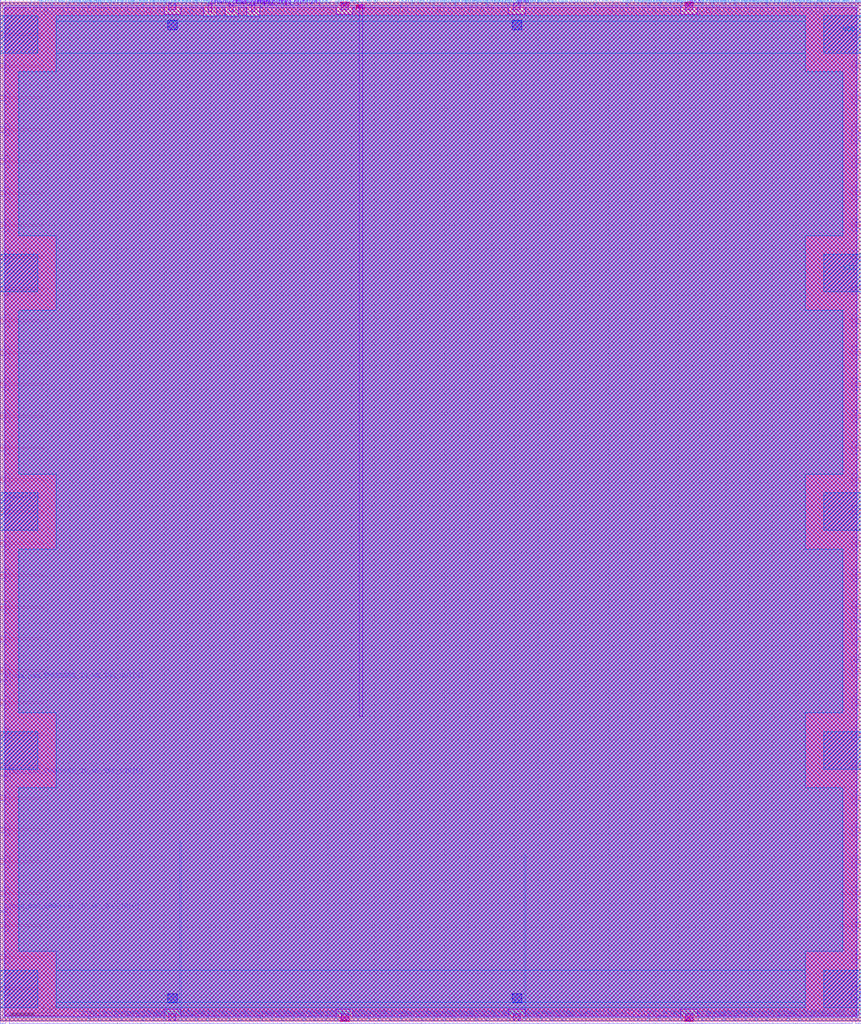
<source format=lef>
VERSION 5.7 ;
BUSBITCHARS "[]" ;

UNITS
  DATABASE MICRONS 1000 ;
END UNITS

MANUFACTURINGGRID 0.005 ;

LAYER li1
  TYPE ROUTING ;
  DIRECTION VERTICAL ;
  PITCH 0.46 ;
  WIDTH 0.17 ;
END li1

LAYER mcon
  TYPE CUT ;
END mcon

LAYER met1
  TYPE ROUTING ;
  DIRECTION HORIZONTAL ;
  PITCH 0.34 ;
  WIDTH 0.14 ;
END met1

LAYER via
  TYPE CUT ;
END via

LAYER met2
  TYPE ROUTING ;
  DIRECTION VERTICAL ;
  PITCH 0.46 ;
  WIDTH 0.14 ;
END met2

LAYER via2
  TYPE CUT ;
END via2

LAYER met3
  TYPE ROUTING ;
  DIRECTION HORIZONTAL ;
  PITCH 0.68 ;
  WIDTH 0.3 ;
END met3

LAYER via3
  TYPE CUT ;
END via3

LAYER met4
  TYPE ROUTING ;
  DIRECTION VERTICAL ;
  PITCH 0.92 ;
  WIDTH 0.3 ;
END met4

LAYER via4
  TYPE CUT ;
END via4

LAYER met5
  TYPE ROUTING ;
  DIRECTION HORIZONTAL ;
  PITCH 3.4 ;
  WIDTH 1.6 ;
END met5

LAYER nwell
  TYPE MASTERSLICE ;
END nwell

LAYER pwell
  TYPE MASTERSLICE ;
END pwell

LAYER OVERLAP
  TYPE OVERLAP ;
END OVERLAP

VIA L1M1_PR
  LAYER li1 ;
    RECT -0.085 -0.085 0.085 0.085 ;
  LAYER mcon ;
    RECT -0.085 -0.085 0.085 0.085 ;
  LAYER met1 ;
    RECT -0.145 -0.115 0.145 0.115 ;
END L1M1_PR

VIA L1M1_PR_R
  LAYER li1 ;
    RECT -0.085 -0.085 0.085 0.085 ;
  LAYER mcon ;
    RECT -0.085 -0.085 0.085 0.085 ;
  LAYER met1 ;
    RECT -0.115 -0.145 0.115 0.145 ;
END L1M1_PR_R

VIA L1M1_PR_M
  LAYER li1 ;
    RECT -0.085 -0.085 0.085 0.085 ;
  LAYER mcon ;
    RECT -0.085 -0.085 0.085 0.085 ;
  LAYER met1 ;
    RECT -0.115 -0.145 0.115 0.145 ;
END L1M1_PR_M

VIA L1M1_PR_MR
  LAYER li1 ;
    RECT -0.085 -0.085 0.085 0.085 ;
  LAYER mcon ;
    RECT -0.085 -0.085 0.085 0.085 ;
  LAYER met1 ;
    RECT -0.145 -0.115 0.145 0.115 ;
END L1M1_PR_MR

VIA L1M1_PR_C
  LAYER li1 ;
    RECT -0.085 -0.085 0.085 0.085 ;
  LAYER mcon ;
    RECT -0.085 -0.085 0.085 0.085 ;
  LAYER met1 ;
    RECT -0.145 -0.145 0.145 0.145 ;
END L1M1_PR_C

VIA M1M2_PR
  LAYER met1 ;
    RECT -0.16 -0.13 0.16 0.13 ;
  LAYER via ;
    RECT -0.075 -0.075 0.075 0.075 ;
  LAYER met2 ;
    RECT -0.13 -0.16 0.13 0.16 ;
END M1M2_PR

VIA M1M2_PR_Enc
  LAYER met1 ;
    RECT -0.16 -0.13 0.16 0.13 ;
  LAYER via ;
    RECT -0.075 -0.075 0.075 0.075 ;
  LAYER met2 ;
    RECT -0.16 -0.13 0.16 0.13 ;
END M1M2_PR_Enc

VIA M1M2_PR_R
  LAYER met1 ;
    RECT -0.13 -0.16 0.13 0.16 ;
  LAYER via ;
    RECT -0.075 -0.075 0.075 0.075 ;
  LAYER met2 ;
    RECT -0.16 -0.13 0.16 0.13 ;
END M1M2_PR_R

VIA M1M2_PR_R_Enc
  LAYER met1 ;
    RECT -0.13 -0.16 0.13 0.16 ;
  LAYER via ;
    RECT -0.075 -0.075 0.075 0.075 ;
  LAYER met2 ;
    RECT -0.13 -0.16 0.13 0.16 ;
END M1M2_PR_R_Enc

VIA M1M2_PR_M
  LAYER met1 ;
    RECT -0.16 -0.13 0.16 0.13 ;
  LAYER via ;
    RECT -0.075 -0.075 0.075 0.075 ;
  LAYER met2 ;
    RECT -0.16 -0.13 0.16 0.13 ;
END M1M2_PR_M

VIA M1M2_PR_M_Enc
  LAYER met1 ;
    RECT -0.16 -0.13 0.16 0.13 ;
  LAYER via ;
    RECT -0.075 -0.075 0.075 0.075 ;
  LAYER met2 ;
    RECT -0.13 -0.16 0.13 0.16 ;
END M1M2_PR_M_Enc

VIA M1M2_PR_MR
  LAYER met1 ;
    RECT -0.13 -0.16 0.13 0.16 ;
  LAYER via ;
    RECT -0.075 -0.075 0.075 0.075 ;
  LAYER met2 ;
    RECT -0.13 -0.16 0.13 0.16 ;
END M1M2_PR_MR

VIA M1M2_PR_MR_Enc
  LAYER met1 ;
    RECT -0.13 -0.16 0.13 0.16 ;
  LAYER via ;
    RECT -0.075 -0.075 0.075 0.075 ;
  LAYER met2 ;
    RECT -0.16 -0.13 0.16 0.13 ;
END M1M2_PR_MR_Enc

VIA M1M2_PR_C
  LAYER met1 ;
    RECT -0.16 -0.16 0.16 0.16 ;
  LAYER via ;
    RECT -0.075 -0.075 0.075 0.075 ;
  LAYER met2 ;
    RECT -0.16 -0.16 0.16 0.16 ;
END M1M2_PR_C

VIA M2M3_PR
  LAYER met2 ;
    RECT -0.14 -0.185 0.14 0.185 ;
  LAYER via2 ;
    RECT -0.1 -0.1 0.1 0.1 ;
  LAYER met3 ;
    RECT -0.165 -0.165 0.165 0.165 ;
END M2M3_PR

VIA M2M3_PR_R
  LAYER met2 ;
    RECT -0.185 -0.14 0.185 0.14 ;
  LAYER via2 ;
    RECT -0.1 -0.1 0.1 0.1 ;
  LAYER met3 ;
    RECT -0.165 -0.165 0.165 0.165 ;
END M2M3_PR_R

VIA M2M3_PR_M
  LAYER met2 ;
    RECT -0.14 -0.185 0.14 0.185 ;
  LAYER via2 ;
    RECT -0.1 -0.1 0.1 0.1 ;
  LAYER met3 ;
    RECT -0.165 -0.165 0.165 0.165 ;
END M2M3_PR_M

VIA M2M3_PR_MR
  LAYER met2 ;
    RECT -0.185 -0.14 0.185 0.14 ;
  LAYER via2 ;
    RECT -0.1 -0.1 0.1 0.1 ;
  LAYER met3 ;
    RECT -0.165 -0.165 0.165 0.165 ;
END M2M3_PR_MR

VIA M2M3_PR_C
  LAYER met2 ;
    RECT -0.185 -0.185 0.185 0.185 ;
  LAYER via2 ;
    RECT -0.1 -0.1 0.1 0.1 ;
  LAYER met3 ;
    RECT -0.165 -0.165 0.165 0.165 ;
END M2M3_PR_C

VIA M3M4_PR
  LAYER met3 ;
    RECT -0.19 -0.16 0.19 0.16 ;
  LAYER via3 ;
    RECT -0.1 -0.1 0.1 0.1 ;
  LAYER met4 ;
    RECT -0.165 -0.165 0.165 0.165 ;
END M3M4_PR

VIA M3M4_PR_R
  LAYER met3 ;
    RECT -0.16 -0.19 0.16 0.19 ;
  LAYER via3 ;
    RECT -0.1 -0.1 0.1 0.1 ;
  LAYER met4 ;
    RECT -0.165 -0.165 0.165 0.165 ;
END M3M4_PR_R

VIA M3M4_PR_M
  LAYER met3 ;
    RECT -0.19 -0.16 0.19 0.16 ;
  LAYER via3 ;
    RECT -0.1 -0.1 0.1 0.1 ;
  LAYER met4 ;
    RECT -0.165 -0.165 0.165 0.165 ;
END M3M4_PR_M

VIA M3M4_PR_MR
  LAYER met3 ;
    RECT -0.16 -0.19 0.16 0.19 ;
  LAYER via3 ;
    RECT -0.1 -0.1 0.1 0.1 ;
  LAYER met4 ;
    RECT -0.165 -0.165 0.165 0.165 ;
END M3M4_PR_MR

VIA M3M4_PR_C
  LAYER met3 ;
    RECT -0.19 -0.19 0.19 0.19 ;
  LAYER via3 ;
    RECT -0.1 -0.1 0.1 0.1 ;
  LAYER met4 ;
    RECT -0.165 -0.165 0.165 0.165 ;
END M3M4_PR_C

VIA M4M5_PR
  LAYER met4 ;
    RECT -0.59 -0.59 0.59 0.59 ;
  LAYER via4 ;
    RECT -0.4 -0.4 0.4 0.4 ;
  LAYER met5 ;
    RECT -0.71 -0.71 0.71 0.71 ;
END M4M5_PR

VIA M4M5_PR_R
  LAYER met4 ;
    RECT -0.59 -0.59 0.59 0.59 ;
  LAYER via4 ;
    RECT -0.4 -0.4 0.4 0.4 ;
  LAYER met5 ;
    RECT -0.71 -0.71 0.71 0.71 ;
END M4M5_PR_R

VIA M4M5_PR_M
  LAYER met4 ;
    RECT -0.59 -0.59 0.59 0.59 ;
  LAYER via4 ;
    RECT -0.4 -0.4 0.4 0.4 ;
  LAYER met5 ;
    RECT -0.71 -0.71 0.71 0.71 ;
END M4M5_PR_M

VIA M4M5_PR_MR
  LAYER met4 ;
    RECT -0.59 -0.59 0.59 0.59 ;
  LAYER via4 ;
    RECT -0.4 -0.4 0.4 0.4 ;
  LAYER met5 ;
    RECT -0.71 -0.71 0.71 0.71 ;
END M4M5_PR_MR

VIA M4M5_PR_C
  LAYER met4 ;
    RECT -0.59 -0.59 0.59 0.59 ;
  LAYER via4 ;
    RECT -0.4 -0.4 0.4 0.4 ;
  LAYER met5 ;
    RECT -0.71 -0.71 0.71 0.71 ;
END M4M5_PR_C

SITE unit
  CLASS CORE ;
  SYMMETRY Y ;
  SIZE 0.46 BY 2.72 ;
END unit

SITE unithddbl
  CLASS CORE ;
  SIZE 0.46 BY 5.44 ;
END unithddbl

MACRO cby_0__1_
  CLASS BLOCK ;
  ORIGIN 0 0 ;
  SIZE 73.6 BY 87.04 ;
  SYMMETRY X Y ;
  PIN pReset[0]
    DIRECTION INPUT ;
    USE SIGNAL ;
    PORT
      LAYER met1 ;
        RECT 0 44.3 0.595 44.44 ;
    END
  END pReset[0]
  PIN chany_bottom_in[0]
    DIRECTION INPUT ;
    USE SIGNAL ;
    PORT
      LAYER met2 ;
        RECT 26.84 0 26.98 0.485 ;
    END
  END chany_bottom_in[0]
  PIN chany_bottom_in[1]
    DIRECTION INPUT ;
    USE SIGNAL ;
    PORT
      LAYER met2 ;
        RECT 62.72 0 62.86 0.485 ;
    END
  END chany_bottom_in[1]
  PIN chany_bottom_in[2]
    DIRECTION INPUT ;
    USE SIGNAL ;
    PORT
      LAYER met2 ;
        RECT 13.96 0 14.1 0.485 ;
    END
  END chany_bottom_in[2]
  PIN chany_bottom_in[3]
    DIRECTION INPUT ;
    USE SIGNAL ;
    PORT
      LAYER met2 ;
        RECT 10.28 0 10.42 0.485 ;
    END
  END chany_bottom_in[3]
  PIN chany_bottom_in[4]
    DIRECTION INPUT ;
    USE SIGNAL ;
    PORT
      LAYER met2 ;
        RECT 44.32 0 44.46 0.485 ;
    END
  END chany_bottom_in[4]
  PIN chany_bottom_in[5]
    DIRECTION INPUT ;
    USE SIGNAL ;
    PORT
      LAYER met2 ;
        RECT 21.32 0 21.46 0.485 ;
    END
  END chany_bottom_in[5]
  PIN chany_bottom_in[6]
    DIRECTION INPUT ;
    USE SIGNAL ;
    PORT
      LAYER met2 ;
        RECT 13.04 0 13.18 0.485 ;
    END
  END chany_bottom_in[6]
  PIN chany_bottom_in[7]
    DIRECTION INPUT ;
    USE SIGNAL ;
    PORT
      LAYER met2 ;
        RECT 35.12 0 35.26 0.485 ;
    END
  END chany_bottom_in[7]
  PIN chany_bottom_in[8]
    DIRECTION INPUT ;
    USE SIGNAL ;
    PORT
      LAYER met2 ;
        RECT 61.8 0 61.94 0.485 ;
    END
  END chany_bottom_in[8]
  PIN chany_bottom_in[9]
    DIRECTION INPUT ;
    USE SIGNAL ;
    PORT
      LAYER met2 ;
        RECT 14.88 0 15.02 0.485 ;
    END
  END chany_bottom_in[9]
  PIN chany_bottom_in[10]
    DIRECTION INPUT ;
    USE SIGNAL ;
    PORT
      LAYER met2 ;
        RECT 43.4 0 43.54 0.485 ;
    END
  END chany_bottom_in[10]
  PIN chany_bottom_in[11]
    DIRECTION INPUT ;
    USE SIGNAL ;
    PORT
      LAYER met2 ;
        RECT 20.4 0 20.54 0.485 ;
    END
  END chany_bottom_in[11]
  PIN chany_bottom_in[12]
    DIRECTION INPUT ;
    USE SIGNAL ;
    PORT
      LAYER met2 ;
        RECT 25 0 25.14 0.485 ;
    END
  END chany_bottom_in[12]
  PIN chany_bottom_in[13]
    DIRECTION INPUT ;
    USE SIGNAL ;
    PORT
      LAYER met2 ;
        RECT 15.8 0 15.94 0.485 ;
    END
  END chany_bottom_in[13]
  PIN chany_bottom_in[14]
    DIRECTION INPUT ;
    USE SIGNAL ;
    PORT
      LAYER met2 ;
        RECT 46.16 0 46.3 0.485 ;
    END
  END chany_bottom_in[14]
  PIN chany_bottom_in[15]
    DIRECTION INPUT ;
    USE SIGNAL ;
    PORT
      LAYER met2 ;
        RECT 36.04 0 36.18 0.485 ;
    END
  END chany_bottom_in[15]
  PIN chany_bottom_in[16]
    DIRECTION INPUT ;
    USE SIGNAL ;
    PORT
      LAYER met2 ;
        RECT 42.48 0 42.62 0.485 ;
    END
  END chany_bottom_in[16]
  PIN chany_bottom_in[17]
    DIRECTION INPUT ;
    USE SIGNAL ;
    PORT
      LAYER met2 ;
        RECT 19.48 0 19.62 0.485 ;
    END
  END chany_bottom_in[17]
  PIN chany_bottom_in[18]
    DIRECTION INPUT ;
    USE SIGNAL ;
    PORT
      LAYER met2 ;
        RECT 33.28 0 33.42 0.485 ;
    END
  END chany_bottom_in[18]
  PIN chany_bottom_in[19]
    DIRECTION INPUT ;
    USE SIGNAL ;
    PORT
      LAYER met2 ;
        RECT 36.96 0 37.1 0.485 ;
    END
  END chany_bottom_in[19]
  PIN chany_bottom_in[20]
    DIRECTION INPUT ;
    USE SIGNAL ;
    PORT
      LAYER met2 ;
        RECT 41.56 0 41.7 0.485 ;
    END
  END chany_bottom_in[20]
  PIN chany_bottom_in[21]
    DIRECTION INPUT ;
    USE SIGNAL ;
    PORT
      LAYER met2 ;
        RECT 16.72 0 16.86 0.485 ;
    END
  END chany_bottom_in[21]
  PIN chany_bottom_in[22]
    DIRECTION INPUT ;
    USE SIGNAL ;
    PORT
      LAYER met2 ;
        RECT 11.2 0 11.34 0.485 ;
    END
  END chany_bottom_in[22]
  PIN chany_bottom_in[23]
    DIRECTION INPUT ;
    USE SIGNAL ;
    PORT
      LAYER met2 ;
        RECT 37.88 0 38.02 0.485 ;
    END
  END chany_bottom_in[23]
  PIN chany_bottom_in[24]
    DIRECTION INPUT ;
    USE SIGNAL ;
    PORT
      LAYER met2 ;
        RECT 47.08 0 47.22 0.485 ;
    END
  END chany_bottom_in[24]
  PIN chany_bottom_in[25]
    DIRECTION INPUT ;
    USE SIGNAL ;
    PORT
      LAYER met2 ;
        RECT 40.64 0 40.78 0.485 ;
    END
  END chany_bottom_in[25]
  PIN chany_bottom_in[26]
    DIRECTION INPUT ;
    USE SIGNAL ;
    PORT
      LAYER met2 ;
        RECT 38.8 0 38.94 0.485 ;
    END
  END chany_bottom_in[26]
  PIN chany_bottom_in[27]
    DIRECTION INPUT ;
    USE SIGNAL ;
    PORT
      LAYER met2 ;
        RECT 18.56 0 18.7 0.485 ;
    END
  END chany_bottom_in[27]
  PIN chany_bottom_in[28]
    DIRECTION INPUT ;
    USE SIGNAL ;
    PORT
      LAYER met2 ;
        RECT 17.64 0 17.78 0.485 ;
    END
  END chany_bottom_in[28]
  PIN chany_bottom_in[29]
    DIRECTION INPUT ;
    USE SIGNAL ;
    PORT
      LAYER met2 ;
        RECT 39.72 0 39.86 0.485 ;
    END
  END chany_bottom_in[29]
  PIN chany_top_in[0]
    DIRECTION INPUT ;
    USE SIGNAL ;
    PORT
      LAYER met2 ;
        RECT 9.36 86.555 9.5 87.04 ;
    END
  END chany_top_in[0]
  PIN chany_top_in[1]
    DIRECTION INPUT ;
    USE SIGNAL ;
    PORT
      LAYER met2 ;
        RECT 62.72 86.555 62.86 87.04 ;
    END
  END chany_top_in[1]
  PIN chany_top_in[2]
    DIRECTION INPUT ;
    USE SIGNAL ;
    PORT
      LAYER met2 ;
        RECT 41.56 86.555 41.7 87.04 ;
    END
  END chany_top_in[2]
  PIN chany_top_in[3]
    DIRECTION INPUT ;
    USE SIGNAL ;
    PORT
      LAYER met2 ;
        RECT 7.52 86.555 7.66 87.04 ;
    END
  END chany_top_in[3]
  PIN chany_top_in[4]
    DIRECTION INPUT ;
    USE SIGNAL ;
    PORT
      LAYER met2 ;
        RECT 23.16 86.555 23.3 87.04 ;
    END
  END chany_top_in[4]
  PIN chany_top_in[5]
    DIRECTION INPUT ;
    USE SIGNAL ;
    PORT
      LAYER met2 ;
        RECT 37.88 86.555 38.02 87.04 ;
    END
  END chany_top_in[5]
  PIN chany_top_in[6]
    DIRECTION INPUT ;
    USE SIGNAL ;
    PORT
      LAYER met2 ;
        RECT 6.6 86.555 6.74 87.04 ;
    END
  END chany_top_in[6]
  PIN chany_top_in[7]
    DIRECTION INPUT ;
    USE SIGNAL ;
    PORT
      LAYER met2 ;
        RECT 13.04 86.555 13.18 87.04 ;
    END
  END chany_top_in[7]
  PIN chany_top_in[8]
    DIRECTION INPUT ;
    USE SIGNAL ;
    PORT
      LAYER met2 ;
        RECT 22.24 86.555 22.38 87.04 ;
    END
  END chany_top_in[8]
  PIN chany_top_in[9]
    DIRECTION INPUT ;
    USE SIGNAL ;
    PORT
      LAYER met2 ;
        RECT 61.8 86.555 61.94 87.04 ;
    END
  END chany_top_in[9]
  PIN chany_top_in[10]
    DIRECTION INPUT ;
    USE SIGNAL ;
    PORT
      LAYER met2 ;
        RECT 40.64 86.555 40.78 87.04 ;
    END
  END chany_top_in[10]
  PIN chany_top_in[11]
    DIRECTION INPUT ;
    USE SIGNAL ;
    PORT
      LAYER met2 ;
        RECT 38.8 86.555 38.94 87.04 ;
    END
  END chany_top_in[11]
  PIN chany_top_in[12]
    DIRECTION INPUT ;
    USE SIGNAL ;
    PORT
      LAYER met2 ;
        RECT 11.2 86.555 11.34 87.04 ;
    END
  END chany_top_in[12]
  PIN chany_top_in[13]
    DIRECTION INPUT ;
    USE SIGNAL ;
    PORT
      LAYER met2 ;
        RECT 13.96 86.555 14.1 87.04 ;
    END
  END chany_top_in[13]
  PIN chany_top_in[14]
    DIRECTION INPUT ;
    USE SIGNAL ;
    PORT
      LAYER met2 ;
        RECT 67.32 86.555 67.46 87.04 ;
    END
  END chany_top_in[14]
  PIN chany_top_in[15]
    DIRECTION INPUT ;
    USE SIGNAL ;
    PORT
      LAYER met2 ;
        RECT 21.32 86.555 21.46 87.04 ;
    END
  END chany_top_in[15]
  PIN chany_top_in[16]
    DIRECTION INPUT ;
    USE SIGNAL ;
    PORT
      LAYER met2 ;
        RECT 2.46 86.555 2.6 87.04 ;
    END
  END chany_top_in[16]
  PIN chany_top_in[17]
    DIRECTION INPUT ;
    USE SIGNAL ;
    PORT
      LAYER met2 ;
        RECT 14.88 86.555 15.02 87.04 ;
    END
  END chany_top_in[17]
  PIN chany_top_in[18]
    DIRECTION INPUT ;
    USE SIGNAL ;
    PORT
      LAYER met2 ;
        RECT 36.04 86.555 36.18 87.04 ;
    END
  END chany_top_in[18]
  PIN chany_top_in[19]
    DIRECTION INPUT ;
    USE SIGNAL ;
    PORT
      LAYER met2 ;
        RECT 20.4 86.555 20.54 87.04 ;
    END
  END chany_top_in[19]
  PIN chany_top_in[20]
    DIRECTION INPUT ;
    USE SIGNAL ;
    PORT
      LAYER met2 ;
        RECT 15.8 86.555 15.94 87.04 ;
    END
  END chany_top_in[20]
  PIN chany_top_in[21]
    DIRECTION INPUT ;
    USE SIGNAL ;
    PORT
      LAYER met2 ;
        RECT 19.48 86.555 19.62 87.04 ;
    END
  END chany_top_in[21]
  PIN chany_top_in[22]
    DIRECTION INPUT ;
    USE SIGNAL ;
    PORT
      LAYER met2 ;
        RECT 10.28 86.555 10.42 87.04 ;
    END
  END chany_top_in[22]
  PIN chany_top_in[23]
    DIRECTION INPUT ;
    USE SIGNAL ;
    PORT
      LAYER met2 ;
        RECT 16.72 86.555 16.86 87.04 ;
    END
  END chany_top_in[23]
  PIN chany_top_in[24]
    DIRECTION INPUT ;
    USE SIGNAL ;
    PORT
      LAYER met2 ;
        RECT 25 86.555 25.14 87.04 ;
    END
  END chany_top_in[24]
  PIN chany_top_in[25]
    DIRECTION INPUT ;
    USE SIGNAL ;
    PORT
      LAYER met2 ;
        RECT 18.56 86.555 18.7 87.04 ;
    END
  END chany_top_in[25]
  PIN chany_top_in[26]
    DIRECTION INPUT ;
    USE SIGNAL ;
    PORT
      LAYER met2 ;
        RECT 39.72 86.555 39.86 87.04 ;
    END
  END chany_top_in[26]
  PIN chany_top_in[27]
    DIRECTION INPUT ;
    USE SIGNAL ;
    PORT
      LAYER met2 ;
        RECT 17.64 86.555 17.78 87.04 ;
    END
  END chany_top_in[27]
  PIN chany_top_in[28]
    DIRECTION INPUT ;
    USE SIGNAL ;
    PORT
      LAYER met2 ;
        RECT 4.3 86.555 4.44 87.04 ;
    END
  END chany_top_in[28]
  PIN chany_top_in[29]
    DIRECTION INPUT ;
    USE SIGNAL ;
    PORT
      LAYER met2 ;
        RECT 3.38 86.555 3.52 87.04 ;
    END
  END chany_top_in[29]
  PIN ccff_head[0]
    DIRECTION INPUT ;
    USE SIGNAL ;
    PORT
      LAYER met2 ;
        RECT 24.08 86.555 24.22 87.04 ;
    END
  END ccff_head[0]
  PIN chany_bottom_out[0]
    DIRECTION OUTPUT ;
    USE SIGNAL ;
    PORT
      LAYER met2 ;
        RECT 69.16 0 69.3 0.485 ;
    END
  END chany_bottom_out[0]
  PIN chany_bottom_out[1]
    DIRECTION OUTPUT ;
    USE SIGNAL ;
    PORT
      LAYER met2 ;
        RECT 55.36 0 55.5 0.485 ;
    END
  END chany_bottom_out[1]
  PIN chany_bottom_out[2]
    DIRECTION OUTPUT ;
    USE SIGNAL ;
    PORT
      LAYER met2 ;
        RECT 57.2 0 57.34 0.485 ;
    END
  END chany_bottom_out[2]
  PIN chany_bottom_out[3]
    DIRECTION OUTPUT ;
    USE SIGNAL ;
    PORT
      LAYER met2 ;
        RECT 28.68 0 28.82 0.485 ;
    END
  END chany_bottom_out[3]
  PIN chany_bottom_out[4]
    DIRECTION OUTPUT ;
    USE SIGNAL ;
    PORT
      LAYER met2 ;
        RECT 65.48 0 65.62 0.485 ;
    END
  END chany_bottom_out[4]
  PIN chany_bottom_out[5]
    DIRECTION OUTPUT ;
    USE SIGNAL ;
    PORT
      LAYER met2 ;
        RECT 64.56 0 64.7 0.485 ;
    END
  END chany_bottom_out[5]
  PIN chany_bottom_out[6]
    DIRECTION OUTPUT ;
    USE SIGNAL ;
    PORT
      LAYER met2 ;
        RECT 8.44 0 8.58 0.485 ;
    END
  END chany_bottom_out[6]
  PIN chany_bottom_out[7]
    DIRECTION OUTPUT ;
    USE SIGNAL ;
    PORT
      LAYER met2 ;
        RECT 12.12 0 12.26 0.485 ;
    END
  END chany_bottom_out[7]
  PIN chany_bottom_out[8]
    DIRECTION OUTPUT ;
    USE SIGNAL ;
    PORT
      LAYER met2 ;
        RECT 23.16 0 23.3 0.485 ;
    END
  END chany_bottom_out[8]
  PIN chany_bottom_out[9]
    DIRECTION OUTPUT ;
    USE SIGNAL ;
    PORT
      LAYER met2 ;
        RECT 22.24 0 22.38 0.485 ;
    END
  END chany_bottom_out[9]
  PIN chany_bottom_out[10]
    DIRECTION OUTPUT ;
    USE SIGNAL ;
    PORT
      LAYER met2 ;
        RECT 24.08 0 24.22 0.485 ;
    END
  END chany_bottom_out[10]
  PIN chany_bottom_out[11]
    DIRECTION OUTPUT ;
    USE SIGNAL ;
    PORT
      LAYER met2 ;
        RECT 31.44 0 31.58 0.485 ;
    END
  END chany_bottom_out[11]
  PIN chany_bottom_out[12]
    DIRECTION OUTPUT ;
    USE SIGNAL ;
    PORT
      LAYER met2 ;
        RECT 30.52 0 30.66 0.485 ;
    END
  END chany_bottom_out[12]
  PIN chany_bottom_out[13]
    DIRECTION OUTPUT ;
    USE SIGNAL ;
    PORT
      LAYER met2 ;
        RECT 66.4 0 66.54 0.485 ;
    END
  END chany_bottom_out[13]
  PIN chany_bottom_out[14]
    DIRECTION OUTPUT ;
    USE SIGNAL ;
    PORT
      LAYER met2 ;
        RECT 56.28 0 56.42 0.485 ;
    END
  END chany_bottom_out[14]
  PIN chany_bottom_out[15]
    DIRECTION OUTPUT ;
    USE SIGNAL ;
    PORT
      LAYER met2 ;
        RECT 60.88 0 61.02 0.485 ;
    END
  END chany_bottom_out[15]
  PIN chany_bottom_out[16]
    DIRECTION OUTPUT ;
    USE SIGNAL ;
    PORT
      LAYER met2 ;
        RECT 34.2 0 34.34 0.485 ;
    END
  END chany_bottom_out[16]
  PIN chany_bottom_out[17]
    DIRECTION OUTPUT ;
    USE SIGNAL ;
    PORT
      LAYER met2 ;
        RECT 45.24 0 45.38 0.485 ;
    END
  END chany_bottom_out[17]
  PIN chany_bottom_out[18]
    DIRECTION OUTPUT ;
    USE SIGNAL ;
    PORT
      LAYER met2 ;
        RECT 7.52 0 7.66 0.485 ;
    END
  END chany_bottom_out[18]
  PIN chany_bottom_out[19]
    DIRECTION OUTPUT ;
    USE SIGNAL ;
    PORT
      LAYER met2 ;
        RECT 32.36 0 32.5 0.485 ;
    END
  END chany_bottom_out[19]
  PIN chany_bottom_out[20]
    DIRECTION OUTPUT ;
    USE SIGNAL ;
    PORT
      LAYER met2 ;
        RECT 59.96 0 60.1 0.485 ;
    END
  END chany_bottom_out[20]
  PIN chany_bottom_out[21]
    DIRECTION OUTPUT ;
    USE SIGNAL ;
    PORT
      LAYER met2 ;
        RECT 63.64 0 63.78 0.485 ;
    END
  END chany_bottom_out[21]
  PIN chany_bottom_out[22]
    DIRECTION OUTPUT ;
    USE SIGNAL ;
    PORT
      LAYER met2 ;
        RECT 9.36 0 9.5 0.485 ;
    END
  END chany_bottom_out[22]
  PIN chany_bottom_out[23]
    DIRECTION OUTPUT ;
    USE SIGNAL ;
    PORT
      LAYER met2 ;
        RECT 25.92 0 26.06 0.485 ;
    END
  END chany_bottom_out[23]
  PIN chany_bottom_out[24]
    DIRECTION OUTPUT ;
    USE SIGNAL ;
    PORT
      LAYER met2 ;
        RECT 27.76 0 27.9 0.485 ;
    END
  END chany_bottom_out[24]
  PIN chany_bottom_out[25]
    DIRECTION OUTPUT ;
    USE SIGNAL ;
    PORT
      LAYER met2 ;
        RECT 6.6 0 6.74 0.485 ;
    END
  END chany_bottom_out[25]
  PIN chany_bottom_out[26]
    DIRECTION OUTPUT ;
    USE SIGNAL ;
    PORT
      LAYER met2 ;
        RECT 48 0 48.14 0.485 ;
    END
  END chany_bottom_out[26]
  PIN chany_bottom_out[27]
    DIRECTION OUTPUT ;
    USE SIGNAL ;
    PORT
      LAYER met2 ;
        RECT 68.24 0 68.38 0.485 ;
    END
  END chany_bottom_out[27]
  PIN chany_bottom_out[28]
    DIRECTION OUTPUT ;
    USE SIGNAL ;
    PORT
      LAYER met2 ;
        RECT 67.32 0 67.46 0.485 ;
    END
  END chany_bottom_out[28]
  PIN chany_bottom_out[29]
    DIRECTION OUTPUT ;
    USE SIGNAL ;
    PORT
      LAYER met2 ;
        RECT 58.12 0 58.26 0.485 ;
    END
  END chany_bottom_out[29]
  PIN chany_top_out[0]
    DIRECTION OUTPUT ;
    USE SIGNAL ;
    PORT
      LAYER met2 ;
        RECT 68.24 86.555 68.38 87.04 ;
    END
  END chany_top_out[0]
  PIN chany_top_out[1]
    DIRECTION OUTPUT ;
    USE SIGNAL ;
    PORT
      LAYER met2 ;
        RECT 53.52 86.555 53.66 87.04 ;
    END
  END chany_top_out[1]
  PIN chany_top_out[2]
    DIRECTION OUTPUT ;
    USE SIGNAL ;
    PORT
      LAYER met2 ;
        RECT 54.44 86.555 54.58 87.04 ;
    END
  END chany_top_out[2]
  PIN chany_top_out[3]
    DIRECTION OUTPUT ;
    USE SIGNAL ;
    PORT
      LAYER met4 ;
        RECT 17.79 86.24 18.09 87.04 ;
    END
  END chany_top_out[3]
  PIN chany_top_out[4]
    DIRECTION OUTPUT ;
    USE SIGNAL ;
    PORT
      LAYER met2 ;
        RECT 63.64 86.555 63.78 87.04 ;
    END
  END chany_top_out[4]
  PIN chany_top_out[5]
    DIRECTION OUTPUT ;
    USE SIGNAL ;
    PORT
      LAYER met2 ;
        RECT 59.96 86.555 60.1 87.04 ;
    END
  END chany_top_out[5]
  PIN chany_top_out[6]
    DIRECTION OUTPUT ;
    USE SIGNAL ;
    PORT
      LAYER met2 ;
        RECT 30.52 86.555 30.66 87.04 ;
    END
  END chany_top_out[6]
  PIN chany_top_out[7]
    DIRECTION OUTPUT ;
    USE SIGNAL ;
    PORT
      LAYER met2 ;
        RECT 42.48 86.555 42.62 87.04 ;
    END
  END chany_top_out[7]
  PIN chany_top_out[8]
    DIRECTION OUTPUT ;
    USE SIGNAL ;
    PORT
      LAYER met2 ;
        RECT 36.96 86.555 37.1 87.04 ;
    END
  END chany_top_out[8]
  PIN chany_top_out[9]
    DIRECTION OUTPUT ;
    USE SIGNAL ;
    PORT
      LAYER met2 ;
        RECT 55.36 86.555 55.5 87.04 ;
    END
  END chany_top_out[9]
  PIN chany_top_out[10]
    DIRECTION OUTPUT ;
    USE SIGNAL ;
    PORT
      LAYER met2 ;
        RECT 5.68 86.555 5.82 87.04 ;
    END
  END chany_top_out[10]
  PIN chany_top_out[11]
    DIRECTION OUTPUT ;
    USE SIGNAL ;
    PORT
      LAYER met2 ;
        RECT 34.2 86.555 34.34 87.04 ;
    END
  END chany_top_out[11]
  PIN chany_top_out[12]
    DIRECTION OUTPUT ;
    USE SIGNAL ;
    PORT
      LAYER met2 ;
        RECT 50.76 86.555 50.9 87.04 ;
    END
  END chany_top_out[12]
  PIN chany_top_out[13]
    DIRECTION OUTPUT ;
    USE SIGNAL ;
    PORT
      LAYER met2 ;
        RECT 58.12 86.555 58.26 87.04 ;
    END
  END chany_top_out[13]
  PIN chany_top_out[14]
    DIRECTION OUTPUT ;
    USE SIGNAL ;
    PORT
      LAYER met2 ;
        RECT 64.56 86.555 64.7 87.04 ;
    END
  END chany_top_out[14]
  PIN chany_top_out[15]
    DIRECTION OUTPUT ;
    USE SIGNAL ;
    PORT
      LAYER met2 ;
        RECT 70.54 86.555 70.68 87.04 ;
    END
  END chany_top_out[15]
  PIN chany_top_out[16]
    DIRECTION OUTPUT ;
    USE SIGNAL ;
    PORT
      LAYER met2 ;
        RECT 69.62 86.555 69.76 87.04 ;
    END
  END chany_top_out[16]
  PIN chany_top_out[17]
    DIRECTION OUTPUT ;
    USE SIGNAL ;
    PORT
      LAYER met4 ;
        RECT 19.63 86.24 19.93 87.04 ;
    END
  END chany_top_out[17]
  PIN chany_top_out[18]
    DIRECTION OUTPUT ;
    USE SIGNAL ;
    PORT
      LAYER met2 ;
        RECT 45.24 86.555 45.38 87.04 ;
    END
  END chany_top_out[18]
  PIN chany_top_out[19]
    DIRECTION OUTPUT ;
    USE SIGNAL ;
    PORT
      LAYER met2 ;
        RECT 12.12 86.555 12.26 87.04 ;
    END
  END chany_top_out[19]
  PIN chany_top_out[20]
    DIRECTION OUTPUT ;
    USE SIGNAL ;
    PORT
      LAYER met2 ;
        RECT 44.32 86.555 44.46 87.04 ;
    END
  END chany_top_out[20]
  PIN chany_top_out[21]
    DIRECTION OUTPUT ;
    USE SIGNAL ;
    PORT
      LAYER met2 ;
        RECT 66.4 86.555 66.54 87.04 ;
    END
  END chany_top_out[21]
  PIN chany_top_out[22]
    DIRECTION OUTPUT ;
    USE SIGNAL ;
    PORT
      LAYER met2 ;
        RECT 35.12 86.555 35.26 87.04 ;
    END
  END chany_top_out[22]
  PIN chany_top_out[23]
    DIRECTION OUTPUT ;
    USE SIGNAL ;
    PORT
      LAYER met2 ;
        RECT 8.44 86.555 8.58 87.04 ;
    END
  END chany_top_out[23]
  PIN chany_top_out[24]
    DIRECTION OUTPUT ;
    USE SIGNAL ;
    PORT
      LAYER met4 ;
        RECT 21.47 86.24 21.77 87.04 ;
    END
  END chany_top_out[24]
  PIN chany_top_out[25]
    DIRECTION OUTPUT ;
    USE SIGNAL ;
    PORT
      LAYER met2 ;
        RECT 65.48 86.555 65.62 87.04 ;
    END
  END chany_top_out[25]
  PIN chany_top_out[26]
    DIRECTION OUTPUT ;
    USE SIGNAL ;
    PORT
      LAYER met2 ;
        RECT 43.4 86.555 43.54 87.04 ;
    END
  END chany_top_out[26]
  PIN chany_top_out[27]
    DIRECTION OUTPUT ;
    USE SIGNAL ;
    PORT
      LAYER met2 ;
        RECT 60.88 86.555 61.02 87.04 ;
    END
  END chany_top_out[27]
  PIN chany_top_out[28]
    DIRECTION OUTPUT ;
    USE SIGNAL ;
    PORT
      LAYER met2 ;
        RECT 56.28 86.555 56.42 87.04 ;
    END
  END chany_top_out[28]
  PIN chany_top_out[29]
    DIRECTION OUTPUT ;
    USE SIGNAL ;
    PORT
      LAYER met2 ;
        RECT 57.2 86.555 57.34 87.04 ;
    END
  END chany_top_out[29]
  PIN left_grid_pin_0_[0]
    DIRECTION OUTPUT ;
    USE SIGNAL ;
    PORT
      LAYER met1 ;
        RECT 73.005 34.1 73.6 34.24 ;
    END
  END left_grid_pin_0_[0]
  PIN ccff_tail[0]
    DIRECTION OUTPUT ;
    USE SIGNAL ;
    PORT
      LAYER met1 ;
        RECT 73.005 75.24 73.6 75.38 ;
    END
  END ccff_tail[0]
  PIN IO_ISOL_N[0]
    DIRECTION INPUT ;
    USE SIGNAL ;
    PORT
      LAYER met1 ;
        RECT 73.005 1.8 73.6 1.94 ;
    END
  END IO_ISOL_N[0]
  PIN gfpga_pad_EMBEDDED_IO_HD_SOC_IN[0]
    DIRECTION INPUT ;
    USE SIGNAL ;
    PORT
      LAYER met1 ;
        RECT 0 9.28 0.595 9.42 ;
    END
  END gfpga_pad_EMBEDDED_IO_HD_SOC_IN[0]
  PIN gfpga_pad_EMBEDDED_IO_HD_SOC_OUT[0]
    DIRECTION OUTPUT ;
    USE SIGNAL ;
    PORT
      LAYER met1 ;
        RECT 0 29 0.595 29.14 ;
    END
  END gfpga_pad_EMBEDDED_IO_HD_SOC_OUT[0]
  PIN gfpga_pad_EMBEDDED_IO_HD_SOC_DIR[0]
    DIRECTION OUTPUT ;
    USE SIGNAL ;
    PORT
      LAYER met1 ;
        RECT 0 20.84 0.595 20.98 ;
    END
  END gfpga_pad_EMBEDDED_IO_HD_SOC_DIR[0]
  PIN right_width_0_height_0__pin_0_[0]
    DIRECTION INPUT ;
    USE SIGNAL ;
    PORT
      LAYER met1 ;
        RECT 73.005 33.42 73.6 33.56 ;
    END
  END right_width_0_height_0__pin_0_[0]
  PIN right_width_0_height_0__pin_1_upper[0]
    DIRECTION OUTPUT ;
    USE SIGNAL ;
    PORT
      LAYER met2 ;
        RECT 52.6 86.555 52.74 87.04 ;
    END
  END right_width_0_height_0__pin_1_upper[0]
  PIN right_width_0_height_0__pin_1_lower[0]
    DIRECTION OUTPUT ;
    USE SIGNAL ;
    PORT
      LAYER met2 ;
        RECT 54.44 0 54.58 0.485 ;
    END
  END right_width_0_height_0__pin_1_lower[0]
  PIN pReset_N_in
    DIRECTION INPUT ;
    USE SIGNAL ;
    PORT
      LAYER met2 ;
        RECT 28.68 86.555 28.82 87.04 ;
    END
  END pReset_N_in
  PIN prog_clk_0_E_in
    DIRECTION INPUT ;
    USE CLOCK ;
    PORT
      LAYER met1 ;
        RECT 73.005 30.7 73.6 30.84 ;
    END
  END prog_clk_0_E_in
  PIN VDD
    DIRECTION INPUT ;
    USE POWER ;
    PORT
      LAYER met5 ;
        RECT 0 1.12 3.2 4.32 ;
        RECT 70.4 1.12 73.6 4.32 ;
        RECT 0 41.92 3.2 45.12 ;
        RECT 70.4 41.92 73.6 45.12 ;
        RECT 0 82.72 3.2 85.92 ;
        RECT 70.4 82.72 73.6 85.92 ;
      LAYER met4 ;
        RECT 14.42 0 15.02 0.6 ;
        RECT 43.86 0 44.46 0.6 ;
        RECT 14.42 86.44 15.02 87.04 ;
        RECT 43.86 86.44 44.46 87.04 ;
      LAYER met1 ;
        RECT 0 2.48 0.48 2.96 ;
        RECT 73.12 2.48 73.6 2.96 ;
        RECT 0 7.92 0.48 8.4 ;
        RECT 73.12 7.92 73.6 8.4 ;
        RECT 0 13.36 0.48 13.84 ;
        RECT 73.12 13.36 73.6 13.84 ;
        RECT 0 18.8 0.48 19.28 ;
        RECT 73.12 18.8 73.6 19.28 ;
        RECT 0 24.24 0.48 24.72 ;
        RECT 73.12 24.24 73.6 24.72 ;
        RECT 0 29.68 0.48 30.16 ;
        RECT 73.12 29.68 73.6 30.16 ;
        RECT 0 35.12 0.48 35.6 ;
        RECT 73.12 35.12 73.6 35.6 ;
        RECT 0 40.56 0.48 41.04 ;
        RECT 73.12 40.56 73.6 41.04 ;
        RECT 0 46 0.48 46.48 ;
        RECT 73.12 46 73.6 46.48 ;
        RECT 0 51.44 0.48 51.92 ;
        RECT 73.12 51.44 73.6 51.92 ;
        RECT 0 56.88 0.48 57.36 ;
        RECT 73.12 56.88 73.6 57.36 ;
        RECT 0 62.32 0.48 62.8 ;
        RECT 73.12 62.32 73.6 62.8 ;
        RECT 0 67.76 0.48 68.24 ;
        RECT 73.12 67.76 73.6 68.24 ;
        RECT 0 73.2 0.48 73.68 ;
        RECT 73.12 73.2 73.6 73.68 ;
        RECT 0 78.64 0.48 79.12 ;
        RECT 73.12 78.64 73.6 79.12 ;
        RECT 0 84.08 0.48 84.56 ;
        RECT 73.12 84.08 73.6 84.56 ;
    END
  END VDD
  PIN VSS
    DIRECTION INPUT ;
    USE GROUND ;
    PORT
      LAYER met5 ;
        RECT 0 21.52 3.2 24.72 ;
        RECT 70.4 21.52 73.6 24.72 ;
        RECT 0 62.32 3.2 65.52 ;
        RECT 70.4 62.32 73.6 65.52 ;
      LAYER met4 ;
        RECT 29.14 0 29.74 0.6 ;
        RECT 58.58 0 59.18 0.6 ;
        RECT 29.14 86.44 29.74 87.04 ;
        RECT 58.58 86.44 59.18 87.04 ;
      LAYER met1 ;
        RECT 0 -0.24 0.48 0.24 ;
        RECT 73.12 -0.24 73.6 0.24 ;
        RECT 0 5.2 0.48 5.68 ;
        RECT 73.12 5.2 73.6 5.68 ;
        RECT 0 10.64 0.48 11.12 ;
        RECT 73.12 10.64 73.6 11.12 ;
        RECT 0 16.08 0.48 16.56 ;
        RECT 73.12 16.08 73.6 16.56 ;
        RECT 0 21.52 0.48 22 ;
        RECT 73.12 21.52 73.6 22 ;
        RECT 0 26.96 0.48 27.44 ;
        RECT 73.12 26.96 73.6 27.44 ;
        RECT 0 32.4 0.48 32.88 ;
        RECT 73.12 32.4 73.6 32.88 ;
        RECT 0 37.84 0.48 38.32 ;
        RECT 73.12 37.84 73.6 38.32 ;
        RECT 0 43.28 0.48 43.76 ;
        RECT 73.12 43.28 73.6 43.76 ;
        RECT 0 48.72 0.48 49.2 ;
        RECT 73.12 48.72 73.6 49.2 ;
        RECT 0 54.16 0.48 54.64 ;
        RECT 73.12 54.16 73.6 54.64 ;
        RECT 0 59.6 0.48 60.08 ;
        RECT 73.12 59.6 73.6 60.08 ;
        RECT 0 65.04 0.48 65.52 ;
        RECT 73.12 65.04 73.6 65.52 ;
        RECT 0 70.48 0.48 70.96 ;
        RECT 73.12 70.48 73.6 70.96 ;
        RECT 0 75.92 0.48 76.4 ;
        RECT 73.12 75.92 73.6 76.4 ;
        RECT 0 81.36 0.48 81.84 ;
        RECT 73.12 81.36 73.6 81.84 ;
        RECT 0 86.8 0.48 87.28 ;
        RECT 73.12 86.8 73.6 87.28 ;
    END
  END VSS
  OBS
    LAYER met1 ;
      POLYGON 72.84 87.28 72.84 86.8 59.04 86.8 59.04 86.79 58.72 86.79 58.72 86.8 29.6 86.8 29.6 86.79 29.28 86.79 29.28 86.8 0.76 86.8 0.76 87.28 ;
      POLYGON 59.04 0.25 59.04 0.24 72.84 0.24 72.84 -0.24 0.76 -0.24 0.76 0.24 29.28 0.24 29.28 0.25 29.6 0.25 29.6 0.24 58.72 0.24 58.72 0.25 ;
      POLYGON 72.84 86.76 72.84 86.52 73.32 86.52 73.32 84.84 72.84 84.84 72.84 83.8 73.32 83.8 73.32 82.12 72.84 82.12 72.84 81.08 73.32 81.08 73.32 79.4 72.84 79.4 72.84 78.36 73.32 78.36 73.32 76.68 72.84 76.68 72.84 75.66 72.725 75.66 72.725 74.96 73.32 74.96 73.32 73.96 72.84 73.96 72.84 72.92 73.32 72.92 73.32 71.24 72.84 71.24 72.84 70.2 73.32 70.2 73.32 68.52 72.84 68.52 72.84 67.48 73.32 67.48 73.32 65.8 72.84 65.8 72.84 64.76 73.32 64.76 73.32 63.08 72.84 63.08 72.84 62.04 73.32 62.04 73.32 60.36 72.84 60.36 72.84 59.32 73.32 59.32 73.32 57.64 72.84 57.64 72.84 56.6 73.32 56.6 73.32 54.92 72.84 54.92 72.84 53.88 73.32 53.88 73.32 52.2 72.84 52.2 72.84 51.16 73.32 51.16 73.32 49.48 72.84 49.48 72.84 48.44 73.32 48.44 73.32 46.76 72.84 46.76 72.84 45.72 73.32 45.72 73.32 44.04 72.84 44.04 72.84 43 73.32 43 73.32 41.32 72.84 41.32 72.84 40.28 73.32 40.28 73.32 38.6 72.84 38.6 72.84 37.56 73.32 37.56 73.32 35.88 72.84 35.88 72.84 34.84 73.32 34.84 73.32 34.52 72.725 34.52 72.725 33.14 72.84 33.14 72.84 32.12 73.32 32.12 73.32 31.12 72.725 31.12 72.725 30.42 72.84 30.42 72.84 29.4 73.32 29.4 73.32 27.72 72.84 27.72 72.84 26.68 73.32 26.68 73.32 25 72.84 25 72.84 23.96 73.32 23.96 73.32 22.28 72.84 22.28 72.84 21.24 73.32 21.24 73.32 19.56 72.84 19.56 72.84 18.52 73.32 18.52 73.32 16.84 72.84 16.84 72.84 15.8 73.32 15.8 73.32 14.12 72.84 14.12 72.84 13.08 73.32 13.08 73.32 11.4 72.84 11.4 72.84 10.36 73.32 10.36 73.32 8.68 72.84 8.68 72.84 7.64 73.32 7.64 73.32 5.96 72.84 5.96 72.84 4.92 73.32 4.92 73.32 3.24 72.84 3.24 72.84 2.22 72.725 2.22 72.725 1.52 73.32 1.52 73.32 0.52 72.84 0.52 72.84 0.28 0.76 0.28 0.76 0.52 0.28 0.52 0.28 2.2 0.76 2.2 0.76 3.24 0.28 3.24 0.28 4.92 0.76 4.92 0.76 5.96 0.28 5.96 0.28 7.64 0.76 7.64 0.76 8.68 0.28 8.68 0.28 9 0.875 9 0.875 9.7 0.28 9.7 0.28 10.36 0.76 10.36 0.76 11.4 0.28 11.4 0.28 13.08 0.76 13.08 0.76 14.12 0.28 14.12 0.28 15.8 0.76 15.8 0.76 16.84 0.28 16.84 0.28 18.52 0.76 18.52 0.76 19.56 0.28 19.56 0.28 20.56 0.875 20.56 0.875 21.26 0.76 21.26 0.76 22.28 0.28 22.28 0.28 23.96 0.76 23.96 0.76 25 0.28 25 0.28 26.68 0.76 26.68 0.76 27.72 0.28 27.72 0.28 28.72 0.875 28.72 0.875 29.42 0.76 29.42 0.76 30.44 0.28 30.44 0.28 32.12 0.76 32.12 0.76 33.16 0.28 33.16 0.28 34.84 0.76 34.84 0.76 35.88 0.28 35.88 0.28 37.56 0.76 37.56 0.76 38.6 0.28 38.6 0.28 40.28 0.76 40.28 0.76 41.32 0.28 41.32 0.28 43 0.76 43 0.76 44.02 0.875 44.02 0.875 44.72 0.28 44.72 0.28 45.72 0.76 45.72 0.76 46.76 0.28 46.76 0.28 48.44 0.76 48.44 0.76 49.48 0.28 49.48 0.28 51.16 0.76 51.16 0.76 52.2 0.28 52.2 0.28 53.88 0.76 53.88 0.76 54.92 0.28 54.92 0.28 56.6 0.76 56.6 0.76 57.64 0.28 57.64 0.28 59.32 0.76 59.32 0.76 60.36 0.28 60.36 0.28 62.04 0.76 62.04 0.76 63.08 0.28 63.08 0.28 64.76 0.76 64.76 0.76 65.8 0.28 65.8 0.28 67.48 0.76 67.48 0.76 68.52 0.28 68.52 0.28 70.2 0.76 70.2 0.76 71.24 0.28 71.24 0.28 72.92 0.76 72.92 0.76 73.96 0.28 73.96 0.28 75.64 0.76 75.64 0.76 76.68 0.28 76.68 0.28 78.36 0.76 78.36 0.76 79.4 0.28 79.4 0.28 81.08 0.76 81.08 0.76 82.12 0.28 82.12 0.28 83.8 0.76 83.8 0.76 84.84 0.28 84.84 0.28 86.52 0.76 86.52 0.76 86.76 ;
    LAYER met2 ;
      RECT 58.74 86.735 59.02 87.105 ;
      RECT 29.3 86.735 29.58 87.105 ;
      RECT 16.2 86.03 16.46 86.35 ;
      POLYGON 15.48 15.2 15.48 0.1 15.3 0.1 15.3 0.24 15.34 0.24 15.34 15.2 ;
      POLYGON 44.92 14.18 44.92 0.1 44.74 0.1 44.74 0.24 44.78 0.24 44.78 14.18 ;
      RECT 40.12 0.69 40.38 1.01 ;
      RECT 56.68 0.35 56.94 0.67 ;
      RECT 58.74 -0.065 59.02 0.305 ;
      RECT 29.3 -0.065 29.58 0.305 ;
      POLYGON 73.32 86.76 73.32 0.28 69.58 0.28 69.58 0.765 68.88 0.765 68.88 0.28 68.66 0.28 68.66 0.765 67.96 0.765 67.96 0.28 67.74 0.28 67.74 0.765 67.04 0.765 67.04 0.28 66.82 0.28 66.82 0.765 66.12 0.765 66.12 0.28 65.9 0.28 65.9 0.765 65.2 0.765 65.2 0.28 64.98 0.28 64.98 0.765 64.28 0.765 64.28 0.28 64.06 0.28 64.06 0.765 63.36 0.765 63.36 0.28 63.14 0.28 63.14 0.765 62.44 0.765 62.44 0.28 62.22 0.28 62.22 0.765 61.52 0.765 61.52 0.28 61.3 0.28 61.3 0.765 60.6 0.765 60.6 0.28 60.38 0.28 60.38 0.765 59.68 0.765 59.68 0.28 58.54 0.28 58.54 0.765 57.84 0.765 57.84 0.28 57.62 0.28 57.62 0.765 56.92 0.765 56.92 0.28 56.7 0.28 56.7 0.765 56 0.765 56 0.28 55.78 0.28 55.78 0.765 55.08 0.765 55.08 0.28 54.86 0.28 54.86 0.765 54.16 0.765 54.16 0.28 48.42 0.28 48.42 0.765 47.72 0.765 47.72 0.28 47.5 0.28 47.5 0.765 46.8 0.765 46.8 0.28 46.58 0.28 46.58 0.765 45.88 0.765 45.88 0.28 45.66 0.28 45.66 0.765 44.96 0.765 44.96 0.28 44.74 0.28 44.74 0.765 44.04 0.765 44.04 0.28 43.82 0.28 43.82 0.765 43.12 0.765 43.12 0.28 42.9 0.28 42.9 0.765 42.2 0.765 42.2 0.28 41.98 0.28 41.98 0.765 41.28 0.765 41.28 0.28 41.06 0.28 41.06 0.765 40.36 0.765 40.36 0.28 40.14 0.28 40.14 0.765 39.44 0.765 39.44 0.28 39.22 0.28 39.22 0.765 38.52 0.765 38.52 0.28 38.3 0.28 38.3 0.765 37.6 0.765 37.6 0.28 37.38 0.28 37.38 0.765 36.68 0.765 36.68 0.28 36.46 0.28 36.46 0.765 35.76 0.765 35.76 0.28 35.54 0.28 35.54 0.765 34.84 0.765 34.84 0.28 34.62 0.28 34.62 0.765 33.92 0.765 33.92 0.28 33.7 0.28 33.7 0.765 33 0.765 33 0.28 32.78 0.28 32.78 0.765 32.08 0.765 32.08 0.28 31.86 0.28 31.86 0.765 31.16 0.765 31.16 0.28 30.94 0.28 30.94 0.765 30.24 0.765 30.24 0.28 29.1 0.28 29.1 0.765 28.4 0.765 28.4 0.28 28.18 0.28 28.18 0.765 27.48 0.765 27.48 0.28 27.26 0.28 27.26 0.765 26.56 0.765 26.56 0.28 26.34 0.28 26.34 0.765 25.64 0.765 25.64 0.28 25.42 0.28 25.42 0.765 24.72 0.765 24.72 0.28 24.5 0.28 24.5 0.765 23.8 0.765 23.8 0.28 23.58 0.28 23.58 0.765 22.88 0.765 22.88 0.28 22.66 0.28 22.66 0.765 21.96 0.765 21.96 0.28 21.74 0.28 21.74 0.765 21.04 0.765 21.04 0.28 20.82 0.28 20.82 0.765 20.12 0.765 20.12 0.28 19.9 0.28 19.9 0.765 19.2 0.765 19.2 0.28 18.98 0.28 18.98 0.765 18.28 0.765 18.28 0.28 18.06 0.28 18.06 0.765 17.36 0.765 17.36 0.28 17.14 0.28 17.14 0.765 16.44 0.765 16.44 0.28 16.22 0.28 16.22 0.765 15.52 0.765 15.52 0.28 15.3 0.28 15.3 0.765 14.6 0.765 14.6 0.28 14.38 0.28 14.38 0.765 13.68 0.765 13.68 0.28 13.46 0.28 13.46 0.765 12.76 0.765 12.76 0.28 12.54 0.28 12.54 0.765 11.84 0.765 11.84 0.28 11.62 0.28 11.62 0.765 10.92 0.765 10.92 0.28 10.7 0.28 10.7 0.765 10 0.765 10 0.28 9.78 0.28 9.78 0.765 9.08 0.765 9.08 0.28 8.86 0.28 8.86 0.765 8.16 0.765 8.16 0.28 7.94 0.28 7.94 0.765 7.24 0.765 7.24 0.28 7.02 0.28 7.02 0.765 6.32 0.765 6.32 0.28 0.28 0.28 0.28 86.76 2.18 86.76 2.18 86.275 2.88 86.275 2.88 86.76 3.1 86.76 3.1 86.275 3.8 86.275 3.8 86.76 4.02 86.76 4.02 86.275 4.72 86.275 4.72 86.76 5.4 86.76 5.4 86.275 6.1 86.275 6.1 86.76 6.32 86.76 6.32 86.275 7.02 86.275 7.02 86.76 7.24 86.76 7.24 86.275 7.94 86.275 7.94 86.76 8.16 86.76 8.16 86.275 8.86 86.275 8.86 86.76 9.08 86.76 9.08 86.275 9.78 86.275 9.78 86.76 10 86.76 10 86.275 10.7 86.275 10.7 86.76 10.92 86.76 10.92 86.275 11.62 86.275 11.62 86.76 11.84 86.76 11.84 86.275 12.54 86.275 12.54 86.76 12.76 86.76 12.76 86.275 13.46 86.275 13.46 86.76 13.68 86.76 13.68 86.275 14.38 86.275 14.38 86.76 14.6 86.76 14.6 86.275 15.3 86.275 15.3 86.76 15.52 86.76 15.52 86.275 16.22 86.275 16.22 86.76 16.44 86.76 16.44 86.275 17.14 86.275 17.14 86.76 17.36 86.76 17.36 86.275 18.06 86.275 18.06 86.76 18.28 86.76 18.28 86.275 18.98 86.275 18.98 86.76 19.2 86.76 19.2 86.275 19.9 86.275 19.9 86.76 20.12 86.76 20.12 86.275 20.82 86.275 20.82 86.76 21.04 86.76 21.04 86.275 21.74 86.275 21.74 86.76 21.96 86.76 21.96 86.275 22.66 86.275 22.66 86.76 22.88 86.76 22.88 86.275 23.58 86.275 23.58 86.76 23.8 86.76 23.8 86.275 24.5 86.275 24.5 86.76 24.72 86.76 24.72 86.275 25.42 86.275 25.42 86.76 28.4 86.76 28.4 86.275 29.1 86.275 29.1 86.76 30.24 86.76 30.24 86.275 30.94 86.275 30.94 86.76 33.92 86.76 33.92 86.275 34.62 86.275 34.62 86.76 34.84 86.76 34.84 86.275 35.54 86.275 35.54 86.76 35.76 86.76 35.76 86.275 36.46 86.275 36.46 86.76 36.68 86.76 36.68 86.275 37.38 86.275 37.38 86.76 37.6 86.76 37.6 86.275 38.3 86.275 38.3 86.76 38.52 86.76 38.52 86.275 39.22 86.275 39.22 86.76 39.44 86.76 39.44 86.275 40.14 86.275 40.14 86.76 40.36 86.76 40.36 86.275 41.06 86.275 41.06 86.76 41.28 86.76 41.28 86.275 41.98 86.275 41.98 86.76 42.2 86.76 42.2 86.275 42.9 86.275 42.9 86.76 43.12 86.76 43.12 86.275 43.82 86.275 43.82 86.76 44.04 86.76 44.04 86.275 44.74 86.275 44.74 86.76 44.96 86.76 44.96 86.275 45.66 86.275 45.66 86.76 50.48 86.76 50.48 86.275 51.18 86.275 51.18 86.76 52.32 86.76 52.32 86.275 53.02 86.275 53.02 86.76 53.24 86.76 53.24 86.275 53.94 86.275 53.94 86.76 54.16 86.76 54.16 86.275 54.86 86.275 54.86 86.76 55.08 86.76 55.08 86.275 55.78 86.275 55.78 86.76 56 86.76 56 86.275 56.7 86.275 56.7 86.76 56.92 86.76 56.92 86.275 57.62 86.275 57.62 86.76 57.84 86.76 57.84 86.275 58.54 86.275 58.54 86.76 59.68 86.76 59.68 86.275 60.38 86.275 60.38 86.76 60.6 86.76 60.6 86.275 61.3 86.275 61.3 86.76 61.52 86.76 61.52 86.275 62.22 86.275 62.22 86.76 62.44 86.76 62.44 86.275 63.14 86.275 63.14 86.76 63.36 86.76 63.36 86.275 64.06 86.275 64.06 86.76 64.28 86.76 64.28 86.275 64.98 86.275 64.98 86.76 65.2 86.76 65.2 86.275 65.9 86.275 65.9 86.76 66.12 86.76 66.12 86.275 66.82 86.275 66.82 86.76 67.04 86.76 67.04 86.275 67.74 86.275 67.74 86.76 67.96 86.76 67.96 86.275 68.66 86.275 68.66 86.76 69.34 86.76 69.34 86.275 70.04 86.275 70.04 86.76 70.26 86.76 70.26 86.275 70.96 86.275 70.96 86.76 ;
    LAYER met4 ;
      POLYGON 30.985 86.865 30.985 86.535 30.97 86.535 30.97 26.03 30.67 26.03 30.67 86.535 30.655 86.535 30.655 86.865 ;
      POLYGON 73.2 86.64 73.2 0.4 59.58 0.4 59.58 1 58.18 1 58.18 0.4 44.86 0.4 44.86 1 43.46 1 43.46 0.4 30.14 0.4 30.14 1 28.74 1 28.74 0.4 15.42 0.4 15.42 1 14.02 1 14.02 0.4 0.4 0.4 0.4 86.64 14.02 86.64 14.02 86.04 15.42 86.04 15.42 86.64 17.39 86.64 17.39 85.84 18.49 85.84 18.49 86.64 19.23 86.64 19.23 85.84 20.33 85.84 20.33 86.64 21.07 86.64 21.07 85.84 22.17 85.84 22.17 86.64 28.74 86.64 28.74 86.04 30.14 86.04 30.14 86.64 43.46 86.64 43.46 86.04 44.86 86.04 44.86 86.64 58.18 86.64 58.18 86.04 59.58 86.04 59.58 86.64 ;
    LAYER met5 ;
      RECT 4.8 82.72 68.8 85.92 ;
      RECT 4.8 1.12 68.8 4.32 ;
      POLYGON 68.8 85.44 68.8 81.12 72 81.12 72 67.12 68.8 67.12 68.8 60.72 72 60.72 72 46.72 68.8 46.72 68.8 40.32 72 40.32 72 26.32 68.8 26.32 68.8 19.92 72 19.92 72 5.92 68.8 5.92 68.8 1.6 4.8 1.6 4.8 5.92 1.6 5.92 1.6 19.92 4.8 19.92 4.8 26.32 1.6 26.32 1.6 40.32 4.8 40.32 4.8 46.72 1.6 46.72 1.6 60.72 4.8 60.72 4.8 67.12 1.6 67.12 1.6 81.12 4.8 81.12 4.8 85.44 ;
    LAYER li1 ;
      POLYGON 73.6 87.125 73.6 86.955 67.535 86.955 67.535 86.23 67.245 86.23 67.245 86.955 63.965 86.955 63.965 86.475 63.795 86.475 63.795 86.955 63.125 86.955 63.125 86.475 62.955 86.475 62.955 86.955 62.365 86.955 62.365 86.475 62.035 86.475 62.035 86.955 61.525 86.955 61.525 86.475 61.195 86.475 61.195 86.955 60.685 86.955 60.685 86.155 60.355 86.155 60.355 86.955 52.355 86.955 52.355 86.23 52.065 86.23 52.065 86.955 43.685 86.955 43.685 86.155 43.355 86.155 43.355 86.955 42.845 86.955 42.845 86.475 42.515 86.475 42.515 86.955 42.005 86.955 42.005 86.475 41.675 86.475 41.675 86.955 41.165 86.955 41.165 86.475 40.835 86.475 40.835 86.955 40.325 86.955 40.325 86.475 39.995 86.475 39.995 86.955 39.485 86.955 39.485 86.475 39.155 86.475 39.155 86.955 37.635 86.955 37.635 86.23 37.345 86.23 37.345 86.955 34.405 86.955 34.405 86.155 34.075 86.155 34.075 86.955 33.565 86.955 33.565 86.475 33.235 86.475 33.235 86.955 32.725 86.955 32.725 86.475 32.395 86.475 32.395 86.955 31.805 86.955 31.805 86.475 31.635 86.475 31.635 86.955 30.965 86.955 30.965 86.475 30.795 86.475 30.795 86.955 28.505 86.955 28.505 86.155 28.175 86.155 28.175 86.955 27.665 86.955 27.665 86.475 27.335 86.475 27.335 86.955 26.825 86.955 26.825 86.475 26.495 86.475 26.495 86.955 25.985 86.955 25.985 86.475 25.655 86.475 25.655 86.955 25.145 86.955 25.145 86.475 24.815 86.475 24.815 86.955 24.305 86.955 24.305 86.475 23.975 86.475 23.975 86.955 22.455 86.955 22.455 86.23 22.165 86.23 22.165 86.955 18.385 86.955 18.385 86.155 18.055 86.155 18.055 86.955 17.545 86.955 17.545 86.475 17.215 86.475 17.215 86.955 16.705 86.955 16.705 86.475 16.375 86.475 16.375 86.955 15.865 86.955 15.865 86.475 15.535 86.475 15.535 86.955 15.025 86.955 15.025 86.475 14.695 86.475 14.695 86.955 14.185 86.955 14.185 86.475 13.855 86.475 13.855 86.955 12.865 86.955 12.865 86.155 12.535 86.155 12.535 86.955 12.025 86.955 12.025 86.475 11.695 86.475 11.695 86.955 11.185 86.955 11.185 86.475 10.855 86.475 10.855 86.955 10.345 86.955 10.345 86.475 10.015 86.475 10.015 86.955 9.505 86.955 9.505 86.475 9.175 86.475 9.175 86.955 8.665 86.955 8.665 86.475 8.335 86.475 8.335 86.955 7.735 86.955 7.735 86.23 7.445 86.23 7.445 86.955 0 86.955 0 87.125 ;
      RECT 73.14 84.235 73.6 84.405 ;
      RECT 0 84.235 3.68 84.405 ;
      RECT 72.68 81.515 73.6 81.685 ;
      RECT 0 81.515 3.68 81.685 ;
      RECT 72.68 78.795 73.6 78.965 ;
      RECT 0 78.795 3.68 78.965 ;
      RECT 73.14 76.075 73.6 76.245 ;
      RECT 0 76.075 3.68 76.245 ;
      RECT 73.14 73.355 73.6 73.525 ;
      RECT 0 73.355 3.68 73.525 ;
      RECT 72.68 70.635 73.6 70.805 ;
      RECT 0 70.635 3.68 70.805 ;
      RECT 72.68 67.915 73.6 68.085 ;
      RECT 0 67.915 3.68 68.085 ;
      RECT 72.68 65.195 73.6 65.365 ;
      RECT 0 65.195 3.68 65.365 ;
      RECT 72.68 62.475 73.6 62.645 ;
      RECT 0 62.475 3.68 62.645 ;
      RECT 72.68 59.755 73.6 59.925 ;
      RECT 0 59.755 3.68 59.925 ;
      RECT 72.68 57.035 73.6 57.205 ;
      RECT 0 57.035 3.68 57.205 ;
      RECT 72.68 54.315 73.6 54.485 ;
      RECT 0 54.315 3.68 54.485 ;
      RECT 72.68 51.595 73.6 51.765 ;
      RECT 0 51.595 3.68 51.765 ;
      RECT 72.68 48.875 73.6 49.045 ;
      RECT 0 48.875 3.68 49.045 ;
      RECT 72.68 46.155 73.6 46.325 ;
      RECT 0 46.155 3.68 46.325 ;
      RECT 72.68 43.435 73.6 43.605 ;
      RECT 0 43.435 3.68 43.605 ;
      RECT 72.68 40.715 73.6 40.885 ;
      RECT 0 40.715 3.68 40.885 ;
      RECT 72.68 37.995 73.6 38.165 ;
      RECT 0 37.995 3.68 38.165 ;
      RECT 72.68 35.275 73.6 35.445 ;
      RECT 0 35.275 3.68 35.445 ;
      RECT 73.14 32.555 73.6 32.725 ;
      RECT 0 32.555 3.68 32.725 ;
      RECT 73.14 29.835 73.6 30.005 ;
      RECT 0 29.835 3.68 30.005 ;
      RECT 73.14 27.115 73.6 27.285 ;
      RECT 0 27.115 3.68 27.285 ;
      RECT 73.14 24.395 73.6 24.565 ;
      RECT 0 24.395 3.68 24.565 ;
      RECT 72.68 21.675 73.6 21.845 ;
      RECT 0 21.675 3.68 21.845 ;
      RECT 72.68 18.955 73.6 19.125 ;
      RECT 0 18.955 3.68 19.125 ;
      RECT 73.14 16.235 73.6 16.405 ;
      RECT 0 16.235 3.68 16.405 ;
      RECT 73.14 13.515 73.6 13.685 ;
      RECT 0 13.515 3.68 13.685 ;
      RECT 71.76 10.795 73.6 10.965 ;
      RECT 0 10.795 3.68 10.965 ;
      RECT 71.76 8.075 73.6 8.245 ;
      RECT 0 8.075 3.68 8.245 ;
      RECT 73.14 5.355 73.6 5.525 ;
      RECT 0 5.355 3.68 5.525 ;
      RECT 73.14 2.635 73.6 2.805 ;
      RECT 0 2.635 3.68 2.805 ;
      POLYGON 62.545 0.885 62.545 0.085 67.245 0.085 67.245 0.81 67.535 0.81 67.535 0.085 73.6 0.085 73.6 -0.085 0 -0.085 0 0.085 7.445 0.085 7.445 0.81 7.735 0.81 7.735 0.085 16.655 0.085 16.655 0.885 16.985 0.885 16.985 0.085 17.495 0.085 17.495 0.565 17.825 0.565 17.825 0.085 18.335 0.085 18.335 0.565 18.665 0.565 18.665 0.085 19.255 0.085 19.255 0.565 19.425 0.565 19.425 0.085 20.095 0.085 20.095 0.565 20.265 0.565 20.265 0.085 22.165 0.085 22.165 0.81 22.455 0.81 22.455 0.085 28.575 0.085 28.575 0.565 28.905 0.565 28.905 0.085 29.415 0.085 29.415 0.565 29.745 0.565 29.745 0.085 30.255 0.085 30.255 0.565 30.585 0.565 30.585 0.085 31.095 0.085 31.095 0.565 31.425 0.565 31.425 0.085 31.935 0.085 31.935 0.565 32.265 0.565 32.265 0.085 32.775 0.085 32.775 0.885 33.105 0.885 33.105 0.085 37.345 0.085 37.345 0.81 37.635 0.81 37.635 0.085 38.615 0.085 38.615 0.565 38.785 0.565 38.785 0.085 39.455 0.085 39.455 0.565 39.625 0.565 39.625 0.085 40.215 0.085 40.215 0.565 40.545 0.565 40.545 0.085 41.055 0.085 41.055 0.565 41.385 0.565 41.385 0.085 41.895 0.085 41.895 0.885 42.225 0.885 42.225 0.085 45.055 0.085 45.055 0.565 45.225 0.565 45.225 0.085 45.895 0.085 45.895 0.565 46.065 0.565 46.065 0.085 46.655 0.085 46.655 0.565 46.985 0.565 46.985 0.085 47.495 0.085 47.495 0.565 47.825 0.565 47.825 0.085 48.335 0.085 48.335 0.885 48.665 0.885 48.665 0.085 52.065 0.085 52.065 0.81 52.355 0.81 52.355 0.085 53.455 0.085 53.455 0.885 53.785 0.885 53.785 0.085 54.295 0.085 54.295 0.565 54.625 0.565 54.625 0.085 55.135 0.085 55.135 0.565 55.465 0.565 55.465 0.085 56.055 0.085 56.055 0.565 56.225 0.565 56.225 0.085 56.895 0.085 56.895 0.565 57.065 0.565 57.065 0.085 58.015 0.085 58.015 0.565 58.345 0.565 58.345 0.085 58.855 0.085 58.855 0.565 59.185 0.565 59.185 0.085 59.695 0.085 59.695 0.565 60.025 0.565 60.025 0.085 60.535 0.085 60.535 0.565 60.865 0.565 60.865 0.085 61.375 0.085 61.375 0.565 61.705 0.565 61.705 0.085 62.215 0.085 62.215 0.885 ;
      RECT 0.17 0.17 73.43 86.87 ;
    LAYER met3 ;
      POLYGON 59.045 87.085 59.045 87.08 59.26 87.08 59.26 86.76 59.045 86.76 59.045 86.755 58.715 86.755 58.715 86.76 58.5 86.76 58.5 87.08 58.715 87.08 58.715 87.085 ;
      POLYGON 29.605 87.085 29.605 87.08 29.82 87.08 29.82 86.76 29.605 86.76 29.605 86.755 29.275 86.755 29.275 86.76 29.06 86.76 29.06 87.08 29.275 87.08 29.275 87.085 ;
      POLYGON 30.755 86.865 30.755 86.86 31.165 86.86 31.165 86.54 30.755 86.54 30.755 86.535 30.425 86.535 30.425 86.865 ;
      POLYGON 59.045 0.285 59.045 0.28 59.26 0.28 59.26 -0.04 59.045 -0.04 59.045 -0.045 58.715 -0.045 58.715 -0.04 58.5 -0.04 58.5 0.28 58.715 0.28 58.715 0.285 ;
      POLYGON 29.605 0.285 29.605 0.28 29.82 0.28 29.82 -0.04 29.605 -0.04 29.605 -0.045 29.275 -0.045 29.275 -0.04 29.06 -0.04 29.06 0.28 29.275 0.28 29.275 0.285 ;
      RECT 0.4 0.4 73.2 86.64 ;
    LAYER via ;
      RECT 58.805 86.845 58.955 86.995 ;
      RECT 29.365 86.845 29.515 86.995 ;
      RECT 61.795 0.435 61.945 0.585 ;
      RECT 58.805 0.045 58.955 0.195 ;
      RECT 29.365 0.045 29.515 0.195 ;
    LAYER via2 ;
      RECT 58.78 86.82 58.98 87.02 ;
      RECT 29.34 86.82 29.54 87.02 ;
      RECT 30.49 86.6 30.69 86.8 ;
      RECT 58.78 0.02 58.98 0.22 ;
      RECT 29.34 0.02 29.54 0.22 ;
    LAYER via3 ;
      RECT 58.78 86.82 58.98 87.02 ;
      RECT 29.34 86.82 29.54 87.02 ;
      RECT 30.72 86.6 30.92 86.8 ;
      RECT 58.78 0.02 58.98 0.22 ;
      RECT 29.34 0.02 29.54 0.22 ;
    LAYER via4 ;
      RECT 43.76 84.72 44.56 85.52 ;
      RECT 14.32 84.72 15.12 85.52 ;
      RECT 43.76 1.52 44.56 2.32 ;
      RECT 14.32 1.52 15.12 2.32 ;
    LAYER OVERLAP ;
      POLYGON 0 0 0 87.04 73.6 87.04 73.6 0 ;
  END
END cby_0__1_

END LIBRARY

</source>
